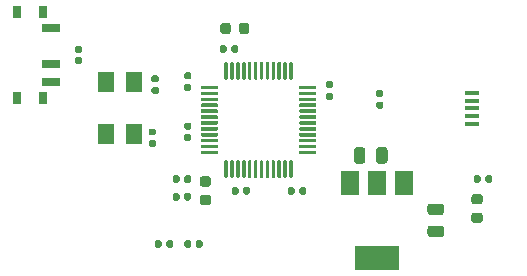
<source format=gbr>
%TF.GenerationSoftware,KiCad,Pcbnew,(5.1.6)-1*%
%TF.CreationDate,2022-03-08T04:09:40+09:00*%
%TF.ProjectId,STM32-project,53544d33-322d-4707-926f-6a6563742e6b,rev?*%
%TF.SameCoordinates,Original*%
%TF.FileFunction,Paste,Top*%
%TF.FilePolarity,Positive*%
%FSLAX46Y46*%
G04 Gerber Fmt 4.6, Leading zero omitted, Abs format (unit mm)*
G04 Created by KiCad (PCBNEW (5.1.6)-1) date 2022-03-08 04:09:40*
%MOMM*%
%LPD*%
G01*
G04 APERTURE LIST*
%ADD10R,1.300000X0.450000*%
%ADD11R,0.800000X1.000000*%
%ADD12R,1.500000X0.700000*%
%ADD13R,1.400000X1.800000*%
%ADD14R,1.500000X2.000000*%
%ADD15R,3.800000X2.000000*%
G04 APERTURE END LIST*
D10*
%TO.C,J1*%
X94600000Y-78200000D03*
X94600000Y-78850000D03*
X94600000Y-79500000D03*
X94600000Y-80150000D03*
X94600000Y-80800000D03*
%TD*%
D11*
%TO.C,SW1*%
X58280000Y-71350000D03*
X58280000Y-78650000D03*
X56070000Y-78650000D03*
X56070000Y-71350000D03*
D12*
X58930000Y-77250000D03*
X58930000Y-75750000D03*
X58930000Y-72750000D03*
%TD*%
D13*
%TO.C,Y1*%
X65950000Y-77300000D03*
X65950000Y-81700000D03*
X63550000Y-81700000D03*
X63550000Y-77300000D03*
%TD*%
%TO.C,U2*%
G36*
G01*
X73600000Y-77000000D02*
X73600000Y-75675000D01*
G75*
G02*
X73675000Y-75600000I75000J0D01*
G01*
X73825000Y-75600000D01*
G75*
G02*
X73900000Y-75675000I0J-75000D01*
G01*
X73900000Y-77000000D01*
G75*
G02*
X73825000Y-77075000I-75000J0D01*
G01*
X73675000Y-77075000D01*
G75*
G02*
X73600000Y-77000000I0J75000D01*
G01*
G37*
G36*
G01*
X74100000Y-77000000D02*
X74100000Y-75675000D01*
G75*
G02*
X74175000Y-75600000I75000J0D01*
G01*
X74325000Y-75600000D01*
G75*
G02*
X74400000Y-75675000I0J-75000D01*
G01*
X74400000Y-77000000D01*
G75*
G02*
X74325000Y-77075000I-75000J0D01*
G01*
X74175000Y-77075000D01*
G75*
G02*
X74100000Y-77000000I0J75000D01*
G01*
G37*
G36*
G01*
X74600000Y-77000000D02*
X74600000Y-75675000D01*
G75*
G02*
X74675000Y-75600000I75000J0D01*
G01*
X74825000Y-75600000D01*
G75*
G02*
X74900000Y-75675000I0J-75000D01*
G01*
X74900000Y-77000000D01*
G75*
G02*
X74825000Y-77075000I-75000J0D01*
G01*
X74675000Y-77075000D01*
G75*
G02*
X74600000Y-77000000I0J75000D01*
G01*
G37*
G36*
G01*
X75100000Y-77000000D02*
X75100000Y-75675000D01*
G75*
G02*
X75175000Y-75600000I75000J0D01*
G01*
X75325000Y-75600000D01*
G75*
G02*
X75400000Y-75675000I0J-75000D01*
G01*
X75400000Y-77000000D01*
G75*
G02*
X75325000Y-77075000I-75000J0D01*
G01*
X75175000Y-77075000D01*
G75*
G02*
X75100000Y-77000000I0J75000D01*
G01*
G37*
G36*
G01*
X75600000Y-77000000D02*
X75600000Y-75675000D01*
G75*
G02*
X75675000Y-75600000I75000J0D01*
G01*
X75825000Y-75600000D01*
G75*
G02*
X75900000Y-75675000I0J-75000D01*
G01*
X75900000Y-77000000D01*
G75*
G02*
X75825000Y-77075000I-75000J0D01*
G01*
X75675000Y-77075000D01*
G75*
G02*
X75600000Y-77000000I0J75000D01*
G01*
G37*
G36*
G01*
X76100000Y-77000000D02*
X76100000Y-75675000D01*
G75*
G02*
X76175000Y-75600000I75000J0D01*
G01*
X76325000Y-75600000D01*
G75*
G02*
X76400000Y-75675000I0J-75000D01*
G01*
X76400000Y-77000000D01*
G75*
G02*
X76325000Y-77075000I-75000J0D01*
G01*
X76175000Y-77075000D01*
G75*
G02*
X76100000Y-77000000I0J75000D01*
G01*
G37*
G36*
G01*
X76600000Y-77000000D02*
X76600000Y-75675000D01*
G75*
G02*
X76675000Y-75600000I75000J0D01*
G01*
X76825000Y-75600000D01*
G75*
G02*
X76900000Y-75675000I0J-75000D01*
G01*
X76900000Y-77000000D01*
G75*
G02*
X76825000Y-77075000I-75000J0D01*
G01*
X76675000Y-77075000D01*
G75*
G02*
X76600000Y-77000000I0J75000D01*
G01*
G37*
G36*
G01*
X77100000Y-77000000D02*
X77100000Y-75675000D01*
G75*
G02*
X77175000Y-75600000I75000J0D01*
G01*
X77325000Y-75600000D01*
G75*
G02*
X77400000Y-75675000I0J-75000D01*
G01*
X77400000Y-77000000D01*
G75*
G02*
X77325000Y-77075000I-75000J0D01*
G01*
X77175000Y-77075000D01*
G75*
G02*
X77100000Y-77000000I0J75000D01*
G01*
G37*
G36*
G01*
X77600000Y-77000000D02*
X77600000Y-75675000D01*
G75*
G02*
X77675000Y-75600000I75000J0D01*
G01*
X77825000Y-75600000D01*
G75*
G02*
X77900000Y-75675000I0J-75000D01*
G01*
X77900000Y-77000000D01*
G75*
G02*
X77825000Y-77075000I-75000J0D01*
G01*
X77675000Y-77075000D01*
G75*
G02*
X77600000Y-77000000I0J75000D01*
G01*
G37*
G36*
G01*
X78100000Y-77000000D02*
X78100000Y-75675000D01*
G75*
G02*
X78175000Y-75600000I75000J0D01*
G01*
X78325000Y-75600000D01*
G75*
G02*
X78400000Y-75675000I0J-75000D01*
G01*
X78400000Y-77000000D01*
G75*
G02*
X78325000Y-77075000I-75000J0D01*
G01*
X78175000Y-77075000D01*
G75*
G02*
X78100000Y-77000000I0J75000D01*
G01*
G37*
G36*
G01*
X78600000Y-77000000D02*
X78600000Y-75675000D01*
G75*
G02*
X78675000Y-75600000I75000J0D01*
G01*
X78825000Y-75600000D01*
G75*
G02*
X78900000Y-75675000I0J-75000D01*
G01*
X78900000Y-77000000D01*
G75*
G02*
X78825000Y-77075000I-75000J0D01*
G01*
X78675000Y-77075000D01*
G75*
G02*
X78600000Y-77000000I0J75000D01*
G01*
G37*
G36*
G01*
X79100000Y-77000000D02*
X79100000Y-75675000D01*
G75*
G02*
X79175000Y-75600000I75000J0D01*
G01*
X79325000Y-75600000D01*
G75*
G02*
X79400000Y-75675000I0J-75000D01*
G01*
X79400000Y-77000000D01*
G75*
G02*
X79325000Y-77075000I-75000J0D01*
G01*
X79175000Y-77075000D01*
G75*
G02*
X79100000Y-77000000I0J75000D01*
G01*
G37*
G36*
G01*
X79925000Y-77825000D02*
X79925000Y-77675000D01*
G75*
G02*
X80000000Y-77600000I75000J0D01*
G01*
X81325000Y-77600000D01*
G75*
G02*
X81400000Y-77675000I0J-75000D01*
G01*
X81400000Y-77825000D01*
G75*
G02*
X81325000Y-77900000I-75000J0D01*
G01*
X80000000Y-77900000D01*
G75*
G02*
X79925000Y-77825000I0J75000D01*
G01*
G37*
G36*
G01*
X79925000Y-78325000D02*
X79925000Y-78175000D01*
G75*
G02*
X80000000Y-78100000I75000J0D01*
G01*
X81325000Y-78100000D01*
G75*
G02*
X81400000Y-78175000I0J-75000D01*
G01*
X81400000Y-78325000D01*
G75*
G02*
X81325000Y-78400000I-75000J0D01*
G01*
X80000000Y-78400000D01*
G75*
G02*
X79925000Y-78325000I0J75000D01*
G01*
G37*
G36*
G01*
X79925000Y-78825000D02*
X79925000Y-78675000D01*
G75*
G02*
X80000000Y-78600000I75000J0D01*
G01*
X81325000Y-78600000D01*
G75*
G02*
X81400000Y-78675000I0J-75000D01*
G01*
X81400000Y-78825000D01*
G75*
G02*
X81325000Y-78900000I-75000J0D01*
G01*
X80000000Y-78900000D01*
G75*
G02*
X79925000Y-78825000I0J75000D01*
G01*
G37*
G36*
G01*
X79925000Y-79325000D02*
X79925000Y-79175000D01*
G75*
G02*
X80000000Y-79100000I75000J0D01*
G01*
X81325000Y-79100000D01*
G75*
G02*
X81400000Y-79175000I0J-75000D01*
G01*
X81400000Y-79325000D01*
G75*
G02*
X81325000Y-79400000I-75000J0D01*
G01*
X80000000Y-79400000D01*
G75*
G02*
X79925000Y-79325000I0J75000D01*
G01*
G37*
G36*
G01*
X79925000Y-79825000D02*
X79925000Y-79675000D01*
G75*
G02*
X80000000Y-79600000I75000J0D01*
G01*
X81325000Y-79600000D01*
G75*
G02*
X81400000Y-79675000I0J-75000D01*
G01*
X81400000Y-79825000D01*
G75*
G02*
X81325000Y-79900000I-75000J0D01*
G01*
X80000000Y-79900000D01*
G75*
G02*
X79925000Y-79825000I0J75000D01*
G01*
G37*
G36*
G01*
X79925000Y-80325000D02*
X79925000Y-80175000D01*
G75*
G02*
X80000000Y-80100000I75000J0D01*
G01*
X81325000Y-80100000D01*
G75*
G02*
X81400000Y-80175000I0J-75000D01*
G01*
X81400000Y-80325000D01*
G75*
G02*
X81325000Y-80400000I-75000J0D01*
G01*
X80000000Y-80400000D01*
G75*
G02*
X79925000Y-80325000I0J75000D01*
G01*
G37*
G36*
G01*
X79925000Y-80825000D02*
X79925000Y-80675000D01*
G75*
G02*
X80000000Y-80600000I75000J0D01*
G01*
X81325000Y-80600000D01*
G75*
G02*
X81400000Y-80675000I0J-75000D01*
G01*
X81400000Y-80825000D01*
G75*
G02*
X81325000Y-80900000I-75000J0D01*
G01*
X80000000Y-80900000D01*
G75*
G02*
X79925000Y-80825000I0J75000D01*
G01*
G37*
G36*
G01*
X79925000Y-81325000D02*
X79925000Y-81175000D01*
G75*
G02*
X80000000Y-81100000I75000J0D01*
G01*
X81325000Y-81100000D01*
G75*
G02*
X81400000Y-81175000I0J-75000D01*
G01*
X81400000Y-81325000D01*
G75*
G02*
X81325000Y-81400000I-75000J0D01*
G01*
X80000000Y-81400000D01*
G75*
G02*
X79925000Y-81325000I0J75000D01*
G01*
G37*
G36*
G01*
X79925000Y-81825000D02*
X79925000Y-81675000D01*
G75*
G02*
X80000000Y-81600000I75000J0D01*
G01*
X81325000Y-81600000D01*
G75*
G02*
X81400000Y-81675000I0J-75000D01*
G01*
X81400000Y-81825000D01*
G75*
G02*
X81325000Y-81900000I-75000J0D01*
G01*
X80000000Y-81900000D01*
G75*
G02*
X79925000Y-81825000I0J75000D01*
G01*
G37*
G36*
G01*
X79925000Y-82325000D02*
X79925000Y-82175000D01*
G75*
G02*
X80000000Y-82100000I75000J0D01*
G01*
X81325000Y-82100000D01*
G75*
G02*
X81400000Y-82175000I0J-75000D01*
G01*
X81400000Y-82325000D01*
G75*
G02*
X81325000Y-82400000I-75000J0D01*
G01*
X80000000Y-82400000D01*
G75*
G02*
X79925000Y-82325000I0J75000D01*
G01*
G37*
G36*
G01*
X79925000Y-82825000D02*
X79925000Y-82675000D01*
G75*
G02*
X80000000Y-82600000I75000J0D01*
G01*
X81325000Y-82600000D01*
G75*
G02*
X81400000Y-82675000I0J-75000D01*
G01*
X81400000Y-82825000D01*
G75*
G02*
X81325000Y-82900000I-75000J0D01*
G01*
X80000000Y-82900000D01*
G75*
G02*
X79925000Y-82825000I0J75000D01*
G01*
G37*
G36*
G01*
X79925000Y-83325000D02*
X79925000Y-83175000D01*
G75*
G02*
X80000000Y-83100000I75000J0D01*
G01*
X81325000Y-83100000D01*
G75*
G02*
X81400000Y-83175000I0J-75000D01*
G01*
X81400000Y-83325000D01*
G75*
G02*
X81325000Y-83400000I-75000J0D01*
G01*
X80000000Y-83400000D01*
G75*
G02*
X79925000Y-83325000I0J75000D01*
G01*
G37*
G36*
G01*
X79100000Y-85325000D02*
X79100000Y-84000000D01*
G75*
G02*
X79175000Y-83925000I75000J0D01*
G01*
X79325000Y-83925000D01*
G75*
G02*
X79400000Y-84000000I0J-75000D01*
G01*
X79400000Y-85325000D01*
G75*
G02*
X79325000Y-85400000I-75000J0D01*
G01*
X79175000Y-85400000D01*
G75*
G02*
X79100000Y-85325000I0J75000D01*
G01*
G37*
G36*
G01*
X78600000Y-85325000D02*
X78600000Y-84000000D01*
G75*
G02*
X78675000Y-83925000I75000J0D01*
G01*
X78825000Y-83925000D01*
G75*
G02*
X78900000Y-84000000I0J-75000D01*
G01*
X78900000Y-85325000D01*
G75*
G02*
X78825000Y-85400000I-75000J0D01*
G01*
X78675000Y-85400000D01*
G75*
G02*
X78600000Y-85325000I0J75000D01*
G01*
G37*
G36*
G01*
X78100000Y-85325000D02*
X78100000Y-84000000D01*
G75*
G02*
X78175000Y-83925000I75000J0D01*
G01*
X78325000Y-83925000D01*
G75*
G02*
X78400000Y-84000000I0J-75000D01*
G01*
X78400000Y-85325000D01*
G75*
G02*
X78325000Y-85400000I-75000J0D01*
G01*
X78175000Y-85400000D01*
G75*
G02*
X78100000Y-85325000I0J75000D01*
G01*
G37*
G36*
G01*
X77600000Y-85325000D02*
X77600000Y-84000000D01*
G75*
G02*
X77675000Y-83925000I75000J0D01*
G01*
X77825000Y-83925000D01*
G75*
G02*
X77900000Y-84000000I0J-75000D01*
G01*
X77900000Y-85325000D01*
G75*
G02*
X77825000Y-85400000I-75000J0D01*
G01*
X77675000Y-85400000D01*
G75*
G02*
X77600000Y-85325000I0J75000D01*
G01*
G37*
G36*
G01*
X77100000Y-85325000D02*
X77100000Y-84000000D01*
G75*
G02*
X77175000Y-83925000I75000J0D01*
G01*
X77325000Y-83925000D01*
G75*
G02*
X77400000Y-84000000I0J-75000D01*
G01*
X77400000Y-85325000D01*
G75*
G02*
X77325000Y-85400000I-75000J0D01*
G01*
X77175000Y-85400000D01*
G75*
G02*
X77100000Y-85325000I0J75000D01*
G01*
G37*
G36*
G01*
X76600000Y-85325000D02*
X76600000Y-84000000D01*
G75*
G02*
X76675000Y-83925000I75000J0D01*
G01*
X76825000Y-83925000D01*
G75*
G02*
X76900000Y-84000000I0J-75000D01*
G01*
X76900000Y-85325000D01*
G75*
G02*
X76825000Y-85400000I-75000J0D01*
G01*
X76675000Y-85400000D01*
G75*
G02*
X76600000Y-85325000I0J75000D01*
G01*
G37*
G36*
G01*
X76100000Y-85325000D02*
X76100000Y-84000000D01*
G75*
G02*
X76175000Y-83925000I75000J0D01*
G01*
X76325000Y-83925000D01*
G75*
G02*
X76400000Y-84000000I0J-75000D01*
G01*
X76400000Y-85325000D01*
G75*
G02*
X76325000Y-85400000I-75000J0D01*
G01*
X76175000Y-85400000D01*
G75*
G02*
X76100000Y-85325000I0J75000D01*
G01*
G37*
G36*
G01*
X75600000Y-85325000D02*
X75600000Y-84000000D01*
G75*
G02*
X75675000Y-83925000I75000J0D01*
G01*
X75825000Y-83925000D01*
G75*
G02*
X75900000Y-84000000I0J-75000D01*
G01*
X75900000Y-85325000D01*
G75*
G02*
X75825000Y-85400000I-75000J0D01*
G01*
X75675000Y-85400000D01*
G75*
G02*
X75600000Y-85325000I0J75000D01*
G01*
G37*
G36*
G01*
X75100000Y-85325000D02*
X75100000Y-84000000D01*
G75*
G02*
X75175000Y-83925000I75000J0D01*
G01*
X75325000Y-83925000D01*
G75*
G02*
X75400000Y-84000000I0J-75000D01*
G01*
X75400000Y-85325000D01*
G75*
G02*
X75325000Y-85400000I-75000J0D01*
G01*
X75175000Y-85400000D01*
G75*
G02*
X75100000Y-85325000I0J75000D01*
G01*
G37*
G36*
G01*
X74600000Y-85325000D02*
X74600000Y-84000000D01*
G75*
G02*
X74675000Y-83925000I75000J0D01*
G01*
X74825000Y-83925000D01*
G75*
G02*
X74900000Y-84000000I0J-75000D01*
G01*
X74900000Y-85325000D01*
G75*
G02*
X74825000Y-85400000I-75000J0D01*
G01*
X74675000Y-85400000D01*
G75*
G02*
X74600000Y-85325000I0J75000D01*
G01*
G37*
G36*
G01*
X74100000Y-85325000D02*
X74100000Y-84000000D01*
G75*
G02*
X74175000Y-83925000I75000J0D01*
G01*
X74325000Y-83925000D01*
G75*
G02*
X74400000Y-84000000I0J-75000D01*
G01*
X74400000Y-85325000D01*
G75*
G02*
X74325000Y-85400000I-75000J0D01*
G01*
X74175000Y-85400000D01*
G75*
G02*
X74100000Y-85325000I0J75000D01*
G01*
G37*
G36*
G01*
X73600000Y-85325000D02*
X73600000Y-84000000D01*
G75*
G02*
X73675000Y-83925000I75000J0D01*
G01*
X73825000Y-83925000D01*
G75*
G02*
X73900000Y-84000000I0J-75000D01*
G01*
X73900000Y-85325000D01*
G75*
G02*
X73825000Y-85400000I-75000J0D01*
G01*
X73675000Y-85400000D01*
G75*
G02*
X73600000Y-85325000I0J75000D01*
G01*
G37*
G36*
G01*
X71600000Y-83325000D02*
X71600000Y-83175000D01*
G75*
G02*
X71675000Y-83100000I75000J0D01*
G01*
X73000000Y-83100000D01*
G75*
G02*
X73075000Y-83175000I0J-75000D01*
G01*
X73075000Y-83325000D01*
G75*
G02*
X73000000Y-83400000I-75000J0D01*
G01*
X71675000Y-83400000D01*
G75*
G02*
X71600000Y-83325000I0J75000D01*
G01*
G37*
G36*
G01*
X71600000Y-82825000D02*
X71600000Y-82675000D01*
G75*
G02*
X71675000Y-82600000I75000J0D01*
G01*
X73000000Y-82600000D01*
G75*
G02*
X73075000Y-82675000I0J-75000D01*
G01*
X73075000Y-82825000D01*
G75*
G02*
X73000000Y-82900000I-75000J0D01*
G01*
X71675000Y-82900000D01*
G75*
G02*
X71600000Y-82825000I0J75000D01*
G01*
G37*
G36*
G01*
X71600000Y-82325000D02*
X71600000Y-82175000D01*
G75*
G02*
X71675000Y-82100000I75000J0D01*
G01*
X73000000Y-82100000D01*
G75*
G02*
X73075000Y-82175000I0J-75000D01*
G01*
X73075000Y-82325000D01*
G75*
G02*
X73000000Y-82400000I-75000J0D01*
G01*
X71675000Y-82400000D01*
G75*
G02*
X71600000Y-82325000I0J75000D01*
G01*
G37*
G36*
G01*
X71600000Y-81825000D02*
X71600000Y-81675000D01*
G75*
G02*
X71675000Y-81600000I75000J0D01*
G01*
X73000000Y-81600000D01*
G75*
G02*
X73075000Y-81675000I0J-75000D01*
G01*
X73075000Y-81825000D01*
G75*
G02*
X73000000Y-81900000I-75000J0D01*
G01*
X71675000Y-81900000D01*
G75*
G02*
X71600000Y-81825000I0J75000D01*
G01*
G37*
G36*
G01*
X71600000Y-81325000D02*
X71600000Y-81175000D01*
G75*
G02*
X71675000Y-81100000I75000J0D01*
G01*
X73000000Y-81100000D01*
G75*
G02*
X73075000Y-81175000I0J-75000D01*
G01*
X73075000Y-81325000D01*
G75*
G02*
X73000000Y-81400000I-75000J0D01*
G01*
X71675000Y-81400000D01*
G75*
G02*
X71600000Y-81325000I0J75000D01*
G01*
G37*
G36*
G01*
X71600000Y-80825000D02*
X71600000Y-80675000D01*
G75*
G02*
X71675000Y-80600000I75000J0D01*
G01*
X73000000Y-80600000D01*
G75*
G02*
X73075000Y-80675000I0J-75000D01*
G01*
X73075000Y-80825000D01*
G75*
G02*
X73000000Y-80900000I-75000J0D01*
G01*
X71675000Y-80900000D01*
G75*
G02*
X71600000Y-80825000I0J75000D01*
G01*
G37*
G36*
G01*
X71600000Y-80325000D02*
X71600000Y-80175000D01*
G75*
G02*
X71675000Y-80100000I75000J0D01*
G01*
X73000000Y-80100000D01*
G75*
G02*
X73075000Y-80175000I0J-75000D01*
G01*
X73075000Y-80325000D01*
G75*
G02*
X73000000Y-80400000I-75000J0D01*
G01*
X71675000Y-80400000D01*
G75*
G02*
X71600000Y-80325000I0J75000D01*
G01*
G37*
G36*
G01*
X71600000Y-79825000D02*
X71600000Y-79675000D01*
G75*
G02*
X71675000Y-79600000I75000J0D01*
G01*
X73000000Y-79600000D01*
G75*
G02*
X73075000Y-79675000I0J-75000D01*
G01*
X73075000Y-79825000D01*
G75*
G02*
X73000000Y-79900000I-75000J0D01*
G01*
X71675000Y-79900000D01*
G75*
G02*
X71600000Y-79825000I0J75000D01*
G01*
G37*
G36*
G01*
X71600000Y-79325000D02*
X71600000Y-79175000D01*
G75*
G02*
X71675000Y-79100000I75000J0D01*
G01*
X73000000Y-79100000D01*
G75*
G02*
X73075000Y-79175000I0J-75000D01*
G01*
X73075000Y-79325000D01*
G75*
G02*
X73000000Y-79400000I-75000J0D01*
G01*
X71675000Y-79400000D01*
G75*
G02*
X71600000Y-79325000I0J75000D01*
G01*
G37*
G36*
G01*
X71600000Y-78825000D02*
X71600000Y-78675000D01*
G75*
G02*
X71675000Y-78600000I75000J0D01*
G01*
X73000000Y-78600000D01*
G75*
G02*
X73075000Y-78675000I0J-75000D01*
G01*
X73075000Y-78825000D01*
G75*
G02*
X73000000Y-78900000I-75000J0D01*
G01*
X71675000Y-78900000D01*
G75*
G02*
X71600000Y-78825000I0J75000D01*
G01*
G37*
G36*
G01*
X71600000Y-78325000D02*
X71600000Y-78175000D01*
G75*
G02*
X71675000Y-78100000I75000J0D01*
G01*
X73000000Y-78100000D01*
G75*
G02*
X73075000Y-78175000I0J-75000D01*
G01*
X73075000Y-78325000D01*
G75*
G02*
X73000000Y-78400000I-75000J0D01*
G01*
X71675000Y-78400000D01*
G75*
G02*
X71600000Y-78325000I0J75000D01*
G01*
G37*
G36*
G01*
X71600000Y-77825000D02*
X71600000Y-77675000D01*
G75*
G02*
X71675000Y-77600000I75000J0D01*
G01*
X73000000Y-77600000D01*
G75*
G02*
X73075000Y-77675000I0J-75000D01*
G01*
X73075000Y-77825000D01*
G75*
G02*
X73000000Y-77900000I-75000J0D01*
G01*
X71675000Y-77900000D01*
G75*
G02*
X71600000Y-77825000I0J75000D01*
G01*
G37*
%TD*%
D14*
%TO.C,U1*%
X88800000Y-85850000D03*
X84200000Y-85850000D03*
X86500000Y-85850000D03*
D15*
X86500000Y-92150000D03*
%TD*%
%TO.C,R5*%
G36*
G01*
X71190000Y-91172500D02*
X71190000Y-90827500D01*
G75*
G02*
X71337500Y-90680000I147500J0D01*
G01*
X71632500Y-90680000D01*
G75*
G02*
X71780000Y-90827500I0J-147500D01*
G01*
X71780000Y-91172500D01*
G75*
G02*
X71632500Y-91320000I-147500J0D01*
G01*
X71337500Y-91320000D01*
G75*
G02*
X71190000Y-91172500I0J147500D01*
G01*
G37*
G36*
G01*
X70220000Y-91172500D02*
X70220000Y-90827500D01*
G75*
G02*
X70367500Y-90680000I147500J0D01*
G01*
X70662500Y-90680000D01*
G75*
G02*
X70810000Y-90827500I0J-147500D01*
G01*
X70810000Y-91172500D01*
G75*
G02*
X70662500Y-91320000I-147500J0D01*
G01*
X70367500Y-91320000D01*
G75*
G02*
X70220000Y-91172500I0J147500D01*
G01*
G37*
%TD*%
%TO.C,R4*%
G36*
G01*
X68310000Y-90827500D02*
X68310000Y-91172500D01*
G75*
G02*
X68162500Y-91320000I-147500J0D01*
G01*
X67867500Y-91320000D01*
G75*
G02*
X67720000Y-91172500I0J147500D01*
G01*
X67720000Y-90827500D01*
G75*
G02*
X67867500Y-90680000I147500J0D01*
G01*
X68162500Y-90680000D01*
G75*
G02*
X68310000Y-90827500I0J-147500D01*
G01*
G37*
G36*
G01*
X69280000Y-90827500D02*
X69280000Y-91172500D01*
G75*
G02*
X69132500Y-91320000I-147500J0D01*
G01*
X68837500Y-91320000D01*
G75*
G02*
X68690000Y-91172500I0J147500D01*
G01*
X68690000Y-90827500D01*
G75*
G02*
X68837500Y-90680000I147500J0D01*
G01*
X69132500Y-90680000D01*
G75*
G02*
X69280000Y-90827500I0J-147500D01*
G01*
G37*
%TD*%
%TO.C,R3*%
G36*
G01*
X86577500Y-78940000D02*
X86922500Y-78940000D01*
G75*
G02*
X87070000Y-79087500I0J-147500D01*
G01*
X87070000Y-79382500D01*
G75*
G02*
X86922500Y-79530000I-147500J0D01*
G01*
X86577500Y-79530000D01*
G75*
G02*
X86430000Y-79382500I0J147500D01*
G01*
X86430000Y-79087500D01*
G75*
G02*
X86577500Y-78940000I147500J0D01*
G01*
G37*
G36*
G01*
X86577500Y-77970000D02*
X86922500Y-77970000D01*
G75*
G02*
X87070000Y-78117500I0J-147500D01*
G01*
X87070000Y-78412500D01*
G75*
G02*
X86922500Y-78560000I-147500J0D01*
G01*
X86577500Y-78560000D01*
G75*
G02*
X86430000Y-78412500I0J147500D01*
G01*
X86430000Y-78117500D01*
G75*
G02*
X86577500Y-77970000I147500J0D01*
G01*
G37*
%TD*%
%TO.C,R2*%
G36*
G01*
X61077500Y-75190000D02*
X61422500Y-75190000D01*
G75*
G02*
X61570000Y-75337500I0J-147500D01*
G01*
X61570000Y-75632500D01*
G75*
G02*
X61422500Y-75780000I-147500J0D01*
G01*
X61077500Y-75780000D01*
G75*
G02*
X60930000Y-75632500I0J147500D01*
G01*
X60930000Y-75337500D01*
G75*
G02*
X61077500Y-75190000I147500J0D01*
G01*
G37*
G36*
G01*
X61077500Y-74220000D02*
X61422500Y-74220000D01*
G75*
G02*
X61570000Y-74367500I0J-147500D01*
G01*
X61570000Y-74662500D01*
G75*
G02*
X61422500Y-74810000I-147500J0D01*
G01*
X61077500Y-74810000D01*
G75*
G02*
X60930000Y-74662500I0J147500D01*
G01*
X60930000Y-74367500D01*
G75*
G02*
X61077500Y-74220000I147500J0D01*
G01*
G37*
%TD*%
%TO.C,R1*%
G36*
G01*
X95690000Y-85672500D02*
X95690000Y-85327500D01*
G75*
G02*
X95837500Y-85180000I147500J0D01*
G01*
X96132500Y-85180000D01*
G75*
G02*
X96280000Y-85327500I0J-147500D01*
G01*
X96280000Y-85672500D01*
G75*
G02*
X96132500Y-85820000I-147500J0D01*
G01*
X95837500Y-85820000D01*
G75*
G02*
X95690000Y-85672500I0J147500D01*
G01*
G37*
G36*
G01*
X94720000Y-85672500D02*
X94720000Y-85327500D01*
G75*
G02*
X94867500Y-85180000I147500J0D01*
G01*
X95162500Y-85180000D01*
G75*
G02*
X95310000Y-85327500I0J-147500D01*
G01*
X95310000Y-85672500D01*
G75*
G02*
X95162500Y-85820000I-147500J0D01*
G01*
X94867500Y-85820000D01*
G75*
G02*
X94720000Y-85672500I0J147500D01*
G01*
G37*
%TD*%
%TO.C,FB1*%
G36*
G01*
X72256250Y-86150000D02*
X71743750Y-86150000D01*
G75*
G02*
X71525000Y-85931250I0J218750D01*
G01*
X71525000Y-85493750D01*
G75*
G02*
X71743750Y-85275000I218750J0D01*
G01*
X72256250Y-85275000D01*
G75*
G02*
X72475000Y-85493750I0J-218750D01*
G01*
X72475000Y-85931250D01*
G75*
G02*
X72256250Y-86150000I-218750J0D01*
G01*
G37*
G36*
G01*
X72256250Y-87725000D02*
X71743750Y-87725000D01*
G75*
G02*
X71525000Y-87506250I0J218750D01*
G01*
X71525000Y-87068750D01*
G75*
G02*
X71743750Y-86850000I218750J0D01*
G01*
X72256250Y-86850000D01*
G75*
G02*
X72475000Y-87068750I0J-218750D01*
G01*
X72475000Y-87506250D01*
G75*
G02*
X72256250Y-87725000I-218750J0D01*
G01*
G37*
%TD*%
%TO.C,D1*%
G36*
G01*
X94743750Y-88350000D02*
X95256250Y-88350000D01*
G75*
G02*
X95475000Y-88568750I0J-218750D01*
G01*
X95475000Y-89006250D01*
G75*
G02*
X95256250Y-89225000I-218750J0D01*
G01*
X94743750Y-89225000D01*
G75*
G02*
X94525000Y-89006250I0J218750D01*
G01*
X94525000Y-88568750D01*
G75*
G02*
X94743750Y-88350000I218750J0D01*
G01*
G37*
G36*
G01*
X94743750Y-86775000D02*
X95256250Y-86775000D01*
G75*
G02*
X95475000Y-86993750I0J-218750D01*
G01*
X95475000Y-87431250D01*
G75*
G02*
X95256250Y-87650000I-218750J0D01*
G01*
X94743750Y-87650000D01*
G75*
G02*
X94525000Y-87431250I0J218750D01*
G01*
X94525000Y-86993750D01*
G75*
G02*
X94743750Y-86775000I218750J0D01*
G01*
G37*
%TD*%
%TO.C,C13*%
G36*
G01*
X67672500Y-81810000D02*
X67327500Y-81810000D01*
G75*
G02*
X67180000Y-81662500I0J147500D01*
G01*
X67180000Y-81367500D01*
G75*
G02*
X67327500Y-81220000I147500J0D01*
G01*
X67672500Y-81220000D01*
G75*
G02*
X67820000Y-81367500I0J-147500D01*
G01*
X67820000Y-81662500D01*
G75*
G02*
X67672500Y-81810000I-147500J0D01*
G01*
G37*
G36*
G01*
X67672500Y-82780000D02*
X67327500Y-82780000D01*
G75*
G02*
X67180000Y-82632500I0J147500D01*
G01*
X67180000Y-82337500D01*
G75*
G02*
X67327500Y-82190000I147500J0D01*
G01*
X67672500Y-82190000D01*
G75*
G02*
X67820000Y-82337500I0J-147500D01*
G01*
X67820000Y-82632500D01*
G75*
G02*
X67672500Y-82780000I-147500J0D01*
G01*
G37*
%TD*%
%TO.C,C12*%
G36*
G01*
X67922500Y-77310000D02*
X67577500Y-77310000D01*
G75*
G02*
X67430000Y-77162500I0J147500D01*
G01*
X67430000Y-76867500D01*
G75*
G02*
X67577500Y-76720000I147500J0D01*
G01*
X67922500Y-76720000D01*
G75*
G02*
X68070000Y-76867500I0J-147500D01*
G01*
X68070000Y-77162500D01*
G75*
G02*
X67922500Y-77310000I-147500J0D01*
G01*
G37*
G36*
G01*
X67922500Y-78280000D02*
X67577500Y-78280000D01*
G75*
G02*
X67430000Y-78132500I0J147500D01*
G01*
X67430000Y-77837500D01*
G75*
G02*
X67577500Y-77690000I147500J0D01*
G01*
X67922500Y-77690000D01*
G75*
G02*
X68070000Y-77837500I0J-147500D01*
G01*
X68070000Y-78132500D01*
G75*
G02*
X67922500Y-78280000I-147500J0D01*
G01*
G37*
%TD*%
%TO.C,C11*%
G36*
G01*
X75190000Y-86672500D02*
X75190000Y-86327500D01*
G75*
G02*
X75337500Y-86180000I147500J0D01*
G01*
X75632500Y-86180000D01*
G75*
G02*
X75780000Y-86327500I0J-147500D01*
G01*
X75780000Y-86672500D01*
G75*
G02*
X75632500Y-86820000I-147500J0D01*
G01*
X75337500Y-86820000D01*
G75*
G02*
X75190000Y-86672500I0J147500D01*
G01*
G37*
G36*
G01*
X74220000Y-86672500D02*
X74220000Y-86327500D01*
G75*
G02*
X74367500Y-86180000I147500J0D01*
G01*
X74662500Y-86180000D01*
G75*
G02*
X74810000Y-86327500I0J-147500D01*
G01*
X74810000Y-86672500D01*
G75*
G02*
X74662500Y-86820000I-147500J0D01*
G01*
X74367500Y-86820000D01*
G75*
G02*
X74220000Y-86672500I0J147500D01*
G01*
G37*
%TD*%
%TO.C,C10*%
G36*
G01*
X69810000Y-86827500D02*
X69810000Y-87172500D01*
G75*
G02*
X69662500Y-87320000I-147500J0D01*
G01*
X69367500Y-87320000D01*
G75*
G02*
X69220000Y-87172500I0J147500D01*
G01*
X69220000Y-86827500D01*
G75*
G02*
X69367500Y-86680000I147500J0D01*
G01*
X69662500Y-86680000D01*
G75*
G02*
X69810000Y-86827500I0J-147500D01*
G01*
G37*
G36*
G01*
X70780000Y-86827500D02*
X70780000Y-87172500D01*
G75*
G02*
X70632500Y-87320000I-147500J0D01*
G01*
X70337500Y-87320000D01*
G75*
G02*
X70190000Y-87172500I0J147500D01*
G01*
X70190000Y-86827500D01*
G75*
G02*
X70337500Y-86680000I147500J0D01*
G01*
X70632500Y-86680000D01*
G75*
G02*
X70780000Y-86827500I0J-147500D01*
G01*
G37*
%TD*%
%TO.C,C9*%
G36*
G01*
X69810000Y-85327500D02*
X69810000Y-85672500D01*
G75*
G02*
X69662500Y-85820000I-147500J0D01*
G01*
X69367500Y-85820000D01*
G75*
G02*
X69220000Y-85672500I0J147500D01*
G01*
X69220000Y-85327500D01*
G75*
G02*
X69367500Y-85180000I147500J0D01*
G01*
X69662500Y-85180000D01*
G75*
G02*
X69810000Y-85327500I0J-147500D01*
G01*
G37*
G36*
G01*
X70780000Y-85327500D02*
X70780000Y-85672500D01*
G75*
G02*
X70632500Y-85820000I-147500J0D01*
G01*
X70337500Y-85820000D01*
G75*
G02*
X70190000Y-85672500I0J147500D01*
G01*
X70190000Y-85327500D01*
G75*
G02*
X70337500Y-85180000I147500J0D01*
G01*
X70632500Y-85180000D01*
G75*
G02*
X70780000Y-85327500I0J-147500D01*
G01*
G37*
%TD*%
%TO.C,C8*%
G36*
G01*
X70672500Y-81310000D02*
X70327500Y-81310000D01*
G75*
G02*
X70180000Y-81162500I0J147500D01*
G01*
X70180000Y-80867500D01*
G75*
G02*
X70327500Y-80720000I147500J0D01*
G01*
X70672500Y-80720000D01*
G75*
G02*
X70820000Y-80867500I0J-147500D01*
G01*
X70820000Y-81162500D01*
G75*
G02*
X70672500Y-81310000I-147500J0D01*
G01*
G37*
G36*
G01*
X70672500Y-82280000D02*
X70327500Y-82280000D01*
G75*
G02*
X70180000Y-82132500I0J147500D01*
G01*
X70180000Y-81837500D01*
G75*
G02*
X70327500Y-81690000I147500J0D01*
G01*
X70672500Y-81690000D01*
G75*
G02*
X70820000Y-81837500I0J-147500D01*
G01*
X70820000Y-82132500D01*
G75*
G02*
X70672500Y-82280000I-147500J0D01*
G01*
G37*
%TD*%
%TO.C,C7*%
G36*
G01*
X74190000Y-74672500D02*
X74190000Y-74327500D01*
G75*
G02*
X74337500Y-74180000I147500J0D01*
G01*
X74632500Y-74180000D01*
G75*
G02*
X74780000Y-74327500I0J-147500D01*
G01*
X74780000Y-74672500D01*
G75*
G02*
X74632500Y-74820000I-147500J0D01*
G01*
X74337500Y-74820000D01*
G75*
G02*
X74190000Y-74672500I0J147500D01*
G01*
G37*
G36*
G01*
X73220000Y-74672500D02*
X73220000Y-74327500D01*
G75*
G02*
X73367500Y-74180000I147500J0D01*
G01*
X73662500Y-74180000D01*
G75*
G02*
X73810000Y-74327500I0J-147500D01*
G01*
X73810000Y-74672500D01*
G75*
G02*
X73662500Y-74820000I-147500J0D01*
G01*
X73367500Y-74820000D01*
G75*
G02*
X73220000Y-74672500I0J147500D01*
G01*
G37*
%TD*%
%TO.C,C6*%
G36*
G01*
X82327500Y-78190000D02*
X82672500Y-78190000D01*
G75*
G02*
X82820000Y-78337500I0J-147500D01*
G01*
X82820000Y-78632500D01*
G75*
G02*
X82672500Y-78780000I-147500J0D01*
G01*
X82327500Y-78780000D01*
G75*
G02*
X82180000Y-78632500I0J147500D01*
G01*
X82180000Y-78337500D01*
G75*
G02*
X82327500Y-78190000I147500J0D01*
G01*
G37*
G36*
G01*
X82327500Y-77220000D02*
X82672500Y-77220000D01*
G75*
G02*
X82820000Y-77367500I0J-147500D01*
G01*
X82820000Y-77662500D01*
G75*
G02*
X82672500Y-77810000I-147500J0D01*
G01*
X82327500Y-77810000D01*
G75*
G02*
X82180000Y-77662500I0J147500D01*
G01*
X82180000Y-77367500D01*
G75*
G02*
X82327500Y-77220000I147500J0D01*
G01*
G37*
%TD*%
%TO.C,C5*%
G36*
G01*
X79560000Y-86327500D02*
X79560000Y-86672500D01*
G75*
G02*
X79412500Y-86820000I-147500J0D01*
G01*
X79117500Y-86820000D01*
G75*
G02*
X78970000Y-86672500I0J147500D01*
G01*
X78970000Y-86327500D01*
G75*
G02*
X79117500Y-86180000I147500J0D01*
G01*
X79412500Y-86180000D01*
G75*
G02*
X79560000Y-86327500I0J-147500D01*
G01*
G37*
G36*
G01*
X80530000Y-86327500D02*
X80530000Y-86672500D01*
G75*
G02*
X80382500Y-86820000I-147500J0D01*
G01*
X80087500Y-86820000D01*
G75*
G02*
X79940000Y-86672500I0J147500D01*
G01*
X79940000Y-86327500D01*
G75*
G02*
X80087500Y-86180000I147500J0D01*
G01*
X80382500Y-86180000D01*
G75*
G02*
X80530000Y-86327500I0J-147500D01*
G01*
G37*
%TD*%
%TO.C,C4*%
G36*
G01*
X70672500Y-77060000D02*
X70327500Y-77060000D01*
G75*
G02*
X70180000Y-76912500I0J147500D01*
G01*
X70180000Y-76617500D01*
G75*
G02*
X70327500Y-76470000I147500J0D01*
G01*
X70672500Y-76470000D01*
G75*
G02*
X70820000Y-76617500I0J-147500D01*
G01*
X70820000Y-76912500D01*
G75*
G02*
X70672500Y-77060000I-147500J0D01*
G01*
G37*
G36*
G01*
X70672500Y-78030000D02*
X70327500Y-78030000D01*
G75*
G02*
X70180000Y-77882500I0J147500D01*
G01*
X70180000Y-77587500D01*
G75*
G02*
X70327500Y-77440000I147500J0D01*
G01*
X70672500Y-77440000D01*
G75*
G02*
X70820000Y-77587500I0J-147500D01*
G01*
X70820000Y-77882500D01*
G75*
G02*
X70672500Y-78030000I-147500J0D01*
G01*
G37*
%TD*%
%TO.C,C3*%
G36*
G01*
X74850000Y-73006250D02*
X74850000Y-72493750D01*
G75*
G02*
X75068750Y-72275000I218750J0D01*
G01*
X75506250Y-72275000D01*
G75*
G02*
X75725000Y-72493750I0J-218750D01*
G01*
X75725000Y-73006250D01*
G75*
G02*
X75506250Y-73225000I-218750J0D01*
G01*
X75068750Y-73225000D01*
G75*
G02*
X74850000Y-73006250I0J218750D01*
G01*
G37*
G36*
G01*
X73275000Y-73006250D02*
X73275000Y-72493750D01*
G75*
G02*
X73493750Y-72275000I218750J0D01*
G01*
X73931250Y-72275000D01*
G75*
G02*
X74150000Y-72493750I0J-218750D01*
G01*
X74150000Y-73006250D01*
G75*
G02*
X73931250Y-73225000I-218750J0D01*
G01*
X73493750Y-73225000D01*
G75*
G02*
X73275000Y-73006250I0J218750D01*
G01*
G37*
%TD*%
%TO.C,C2*%
G36*
G01*
X91956250Y-88550000D02*
X91043750Y-88550000D01*
G75*
G02*
X90800000Y-88306250I0J243750D01*
G01*
X90800000Y-87818750D01*
G75*
G02*
X91043750Y-87575000I243750J0D01*
G01*
X91956250Y-87575000D01*
G75*
G02*
X92200000Y-87818750I0J-243750D01*
G01*
X92200000Y-88306250D01*
G75*
G02*
X91956250Y-88550000I-243750J0D01*
G01*
G37*
G36*
G01*
X91956250Y-90425000D02*
X91043750Y-90425000D01*
G75*
G02*
X90800000Y-90181250I0J243750D01*
G01*
X90800000Y-89693750D01*
G75*
G02*
X91043750Y-89450000I243750J0D01*
G01*
X91956250Y-89450000D01*
G75*
G02*
X92200000Y-89693750I0J-243750D01*
G01*
X92200000Y-90181250D01*
G75*
G02*
X91956250Y-90425000I-243750J0D01*
G01*
G37*
%TD*%
%TO.C,C1*%
G36*
G01*
X86450000Y-83956250D02*
X86450000Y-83043750D01*
G75*
G02*
X86693750Y-82800000I243750J0D01*
G01*
X87181250Y-82800000D01*
G75*
G02*
X87425000Y-83043750I0J-243750D01*
G01*
X87425000Y-83956250D01*
G75*
G02*
X87181250Y-84200000I-243750J0D01*
G01*
X86693750Y-84200000D01*
G75*
G02*
X86450000Y-83956250I0J243750D01*
G01*
G37*
G36*
G01*
X84575000Y-83956250D02*
X84575000Y-83043750D01*
G75*
G02*
X84818750Y-82800000I243750J0D01*
G01*
X85306250Y-82800000D01*
G75*
G02*
X85550000Y-83043750I0J-243750D01*
G01*
X85550000Y-83956250D01*
G75*
G02*
X85306250Y-84200000I-243750J0D01*
G01*
X84818750Y-84200000D01*
G75*
G02*
X84575000Y-83956250I0J243750D01*
G01*
G37*
%TD*%
M02*

</source>
